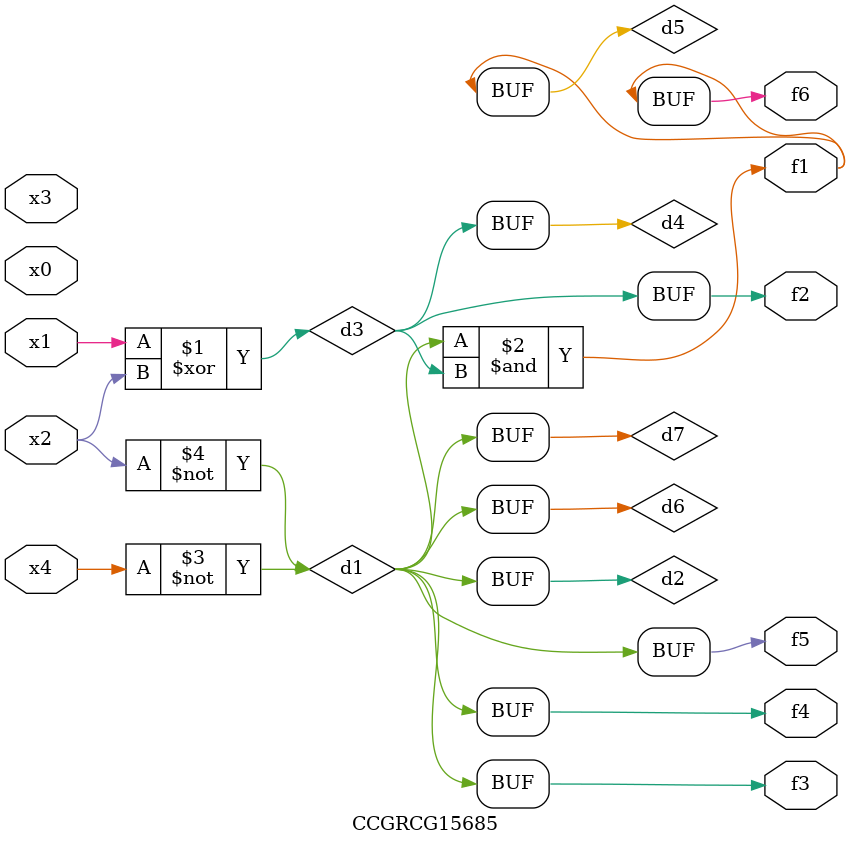
<source format=v>
module CCGRCG15685(
	input x0, x1, x2, x3, x4,
	output f1, f2, f3, f4, f5, f6
);

	wire d1, d2, d3, d4, d5, d6, d7;

	not (d1, x4);
	not (d2, x2);
	xor (d3, x1, x2);
	buf (d4, d3);
	and (d5, d1, d3);
	buf (d6, d1, d2);
	buf (d7, d2);
	assign f1 = d5;
	assign f2 = d4;
	assign f3 = d7;
	assign f4 = d7;
	assign f5 = d7;
	assign f6 = d5;
endmodule

</source>
